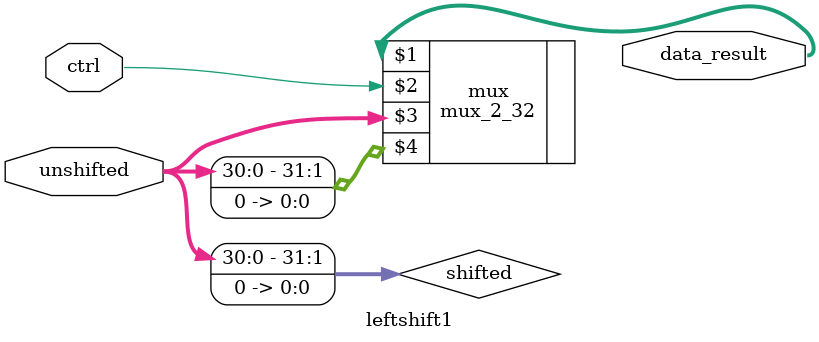
<source format=v>
module leftshift1( data_result, unshifted, ctrl);
    input [31:0] unshifted;
    input ctrl;

    output [31:0] data_result;

    wire [31:0] shifted;

    assign shifted[0] = 0;
    assign shifted[1] = unshifted[0];
    assign shifted[2] = unshifted[1];
    assign shifted[3] = unshifted[2];
    assign shifted[4] = unshifted[3];
    assign shifted[5] = unshifted[4];
    assign shifted[6] = unshifted[5];
    assign shifted[7] = unshifted[6];
    assign shifted[8] = unshifted[7];
    assign shifted[9] = unshifted[8];
    assign shifted[10] = unshifted[9];
    assign shifted[11] = unshifted[10];
    assign shifted[12] = unshifted[11];
    assign shifted[13] = unshifted[12];
    assign shifted[14] = unshifted[13];
    assign shifted[15] = unshifted[14];
    assign shifted[16] = unshifted[15];
    assign shifted[17] = unshifted[16];
    assign shifted[18] = unshifted[17];
    assign shifted[19] = unshifted[18];
    assign shifted[20] = unshifted[19];
    assign shifted[21] = unshifted[20];
    assign shifted[22] = unshifted[21];
    assign shifted[23] = unshifted[22];
    assign shifted[24] = unshifted[23];
    assign shifted[25] = unshifted[24];
    assign shifted[26] = unshifted[25];
    assign shifted[27] = unshifted[26];
    assign shifted[28] = unshifted[27];
    assign shifted[29] = unshifted[28];
    assign shifted[30] = unshifted[29];
    assign shifted[31] = unshifted[30];

    mux_2_32 mux(data_result, ctrl, unshifted, shifted);

endmodule
</source>
